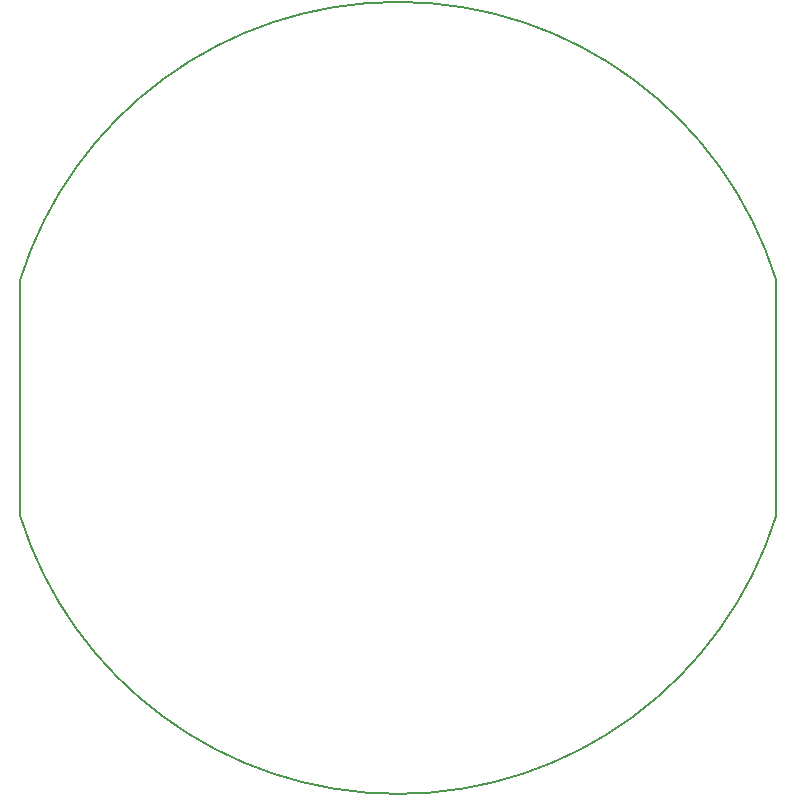
<source format=gbr>
G04 #@! TF.FileFunction,Profile,NP*
%FSLAX46Y46*%
G04 Gerber Fmt 4.6, Leading zero omitted, Abs format (unit mm)*
G04 Created by KiCad (PCBNEW 4.0.7-e2-6376~58~ubuntu16.04.1) date Sat Jul 28 15:13:10 2018*
%MOMM*%
%LPD*%
G01*
G04 APERTURE LIST*
%ADD10C,0.100000*%
%ADD11C,0.200000*%
G04 APERTURE END LIST*
D10*
D11*
X132001404Y-90004496D02*
G75*
G03X68000000Y-90000000I-32001404J-9995504D01*
G01*
X67998596Y-109995504D02*
G75*
G03X132000000Y-110000000I32001404J9995504D01*
G01*
X132000000Y-90000000D02*
X132000000Y-110000000D01*
X68000000Y-90000000D02*
X68000000Y-110000000D01*
M02*

</source>
